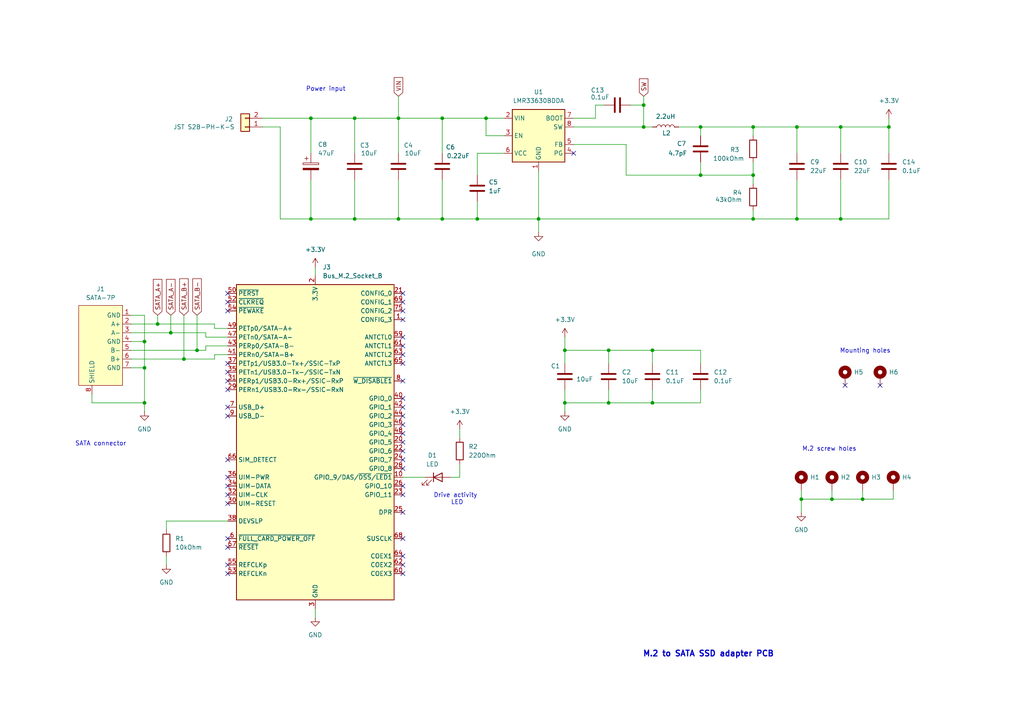
<source format=kicad_sch>
(kicad_sch (version 20250114) (generator "eeschema") (generator_version "9.0")
  (paper "A4")
  (lib_symbols
    (symbol "Connector_Generic:Conn_01x02" (pin_names (offset 1.016) (hide yes))
      (property "Reference" "J" (at 0 2.54 0))
      (property "Value" "Conn_01x02" (at 0 -5.08 0))
      (symbol "Conn_01x02_1_1"
        (rectangle (start -1.27 1.27) (end 1.27 -3.81) (stroke (width 0.254)) (fill (type background)))
        (rectangle (start -1.27 0.127) (end 0 -0.127) (stroke (width 0.1524)))
        (rectangle (start -1.27 -2.413) (end 0 -2.667) (stroke (width 0.1524)))
        (pin passive line (at -5.08 0 0) (length 3.81) (name "Pin_1") (number "1"))
        (pin passive line (at -5.08 -2.54 0) (length 3.81) (name "Pin_2") (number "2"))
      )
    )
    (symbol "Device:C" (pin_numbers (hide yes)) (pin_names (offset 0.254))
      (property "Reference" "C" (at 0.635 2.54 0))
      (property "Value" "C" (at 0.635 -2.54 0))
      (symbol "C_0_1"
        (polyline (pts (xy -2.032 0.762) (xy 2.032 0.762)) (stroke (width 0.508)))
        (polyline (pts (xy -2.032 -0.762) (xy 2.032 -0.762)) (stroke (width 0.508)))
      )
      (symbol "C_1_1"
        (pin passive line (at 0 3.81 270) (length 2.794) (name "~") (number "1"))
        (pin passive line (at 0 -3.81 90) (length 2.794) (name "~") (number "2"))
      )
    )
    (symbol "Device:C_Polarized" (pin_numbers (hide yes)) (pin_names (offset 0.254))
      (property "Reference" "C" (at 0.635 2.54 0))
      (property "Value" "C_Polarized" (at 0.635 -2.54 0))
      (symbol "C_Polarized_0_1"
        (rectangle (start -2.286 0.508) (end 2.286 1.016))
        (polyline (pts (xy -1.778 2.286) (xy -0.762 2.286)))
        (polyline (pts (xy -1.27 2.794) (xy -1.27 1.778)))
        (rectangle (start 2.286 -0.508) (end -2.286 -1.016) (fill (type outline)))
      )
      (symbol "C_Polarized_1_1"
        (pin passive line (at 0 3.81 270) (length 2.794) (name "~") (number "1"))
        (pin passive line (at 0 -3.81 90) (length 2.794) (name "~") (number "2"))
      )
    )
    (symbol "Device:L" (pin_numbers (hide yes)) (pin_names (offset 1.016) (hide yes))
      (property "Reference" "L" (at -1.27 0 90))
      (property "Value" "L" (at 1.905 0 90))
      (symbol "L_0_1"
        (arc (start 0 2.54) (mid 0.6323 1.905) (end 0 1.27))
        (arc (start 0 1.27) (mid 0.6323 0.635) (end 0 0))
        (arc (start 0 0) (mid 0.6323 -0.635) (end 0 -1.27))
        (arc (start 0 -1.27) (mid 0.6323 -1.905) (end 0 -2.54))
      )
      (symbol "L_1_1"
        (pin passive line (at 0 3.81 270) (length 1.27) (name "1") (number "1"))
        (pin passive line (at 0 -3.81 90) (length 1.27) (name "2") (number "2"))
      )
    )
    (symbol "Device:LED" (pin_numbers (hide yes)) (pin_names (offset 1.016) (hide yes))
      (property "Reference" "D" (at 0 2.54 0))
      (property "Value" "LED" (at 0 -2.54 0))
      (symbol "LED_0_1"
        (polyline (pts (xy -3.048 -0.762) (xy -4.572 -2.286) (xy -3.81 -2.286) (xy -4.572 -2.286) (xy -4.572 -1.524)))
        (polyline (pts (xy -1.778 -0.762) (xy -3.302 -2.286) (xy -2.54 -2.286) (xy -3.302 -2.286) (xy -3.302 -1.524)))
        (polyline (pts (xy -1.27 0) (xy 1.27 0)))
        (polyline (pts (xy -1.27 -1.27) (xy -1.27 1.27)) (stroke (width 0.254)))
        (polyline (pts (xy 1.27 -1.27) (xy 1.27 1.27) (xy -1.27 0) (xy 1.27 -1.27)) (stroke (width 0.254)))
      )
      (symbol "LED_1_1"
        (pin passive line (at -3.81 0 0) (length 2.54) (name "K") (number "1"))
        (pin passive line (at 3.81 0 180) (length 2.54) (name "A") (number "2"))
      )
    )
    (symbol "Device:R" (pin_numbers (hide yes)) (pin_names (offset 0))
      (property "Reference" "R" (at 2.032 0 90))
      (property "Value" "R" (at 0 0 90))
      (symbol "R_0_1"
        (rectangle (start -1.016 -2.54) (end 1.016 2.54) (stroke (width 0.254)))
      )
      (symbol "R_1_1"
        (pin passive line (at 0 3.81 270) (length 1.27) (name "~") (number "1"))
        (pin passive line (at 0 -3.81 90) (length 1.27) (name "~") (number "2"))
      )
    )
    (symbol "Mechanical:MountingHole_Pad" (pin_numbers (hide yes)) (pin_names (offset 1.016) (hide yes)) (in_bom no)
      (property "Reference" "H" (at 0 6.35 0))
      (property "Value" "MountingHole_Pad" (at 0 4.445 0))
      (symbol "MountingHole_Pad_0_1"
        (circle (center 0 1.27) (radius 1.27) (stroke (width 1.27)))
      )
      (symbol "MountingHole_Pad_1_1"
        (pin input line (at 0 -2.54 90) (length 2.54) (name "1") (number "1"))
      )
    )
    (symbol "Regulator_Switching:LMR33630ADDA"
      (property "Reference" "U" (at 0 11.43 0))
      (property "Value" "LMR33630ADDA" (at 0 8.89 0))
      (symbol "LMR33630ADDA_0_1"
        (rectangle (start -7.62 7.62) (end 7.62 -7.62) (stroke (width 0.254)) (fill (type background)))
      )
      (symbol "LMR33630ADDA_1_1"
        (pin power_in line (at -10.16 5.08 0) (length 2.54) (name "VIN") (number "2"))
        (pin input line (at -10.16 0 0) (length 2.54) (name "EN") (number "3"))
        (pin power_out line (at -10.16 -5.08 0) (length 2.54) (name "VCC") (number "6"))
        (pin power_in line (at 0 -10.16 90) (length 2.54) (name "GND") (number "1"))
        (pin passive line (at 0 -10.16 90) (length 2.54) (hide yes) (name "GND") (number "9"))
        (pin input line (at 10.16 5.08 180) (length 2.54) (name "BOOT") (number "7"))
        (pin output line (at 10.16 2.54 180) (length 2.54) (name "SW") (number "8"))
        (pin input line (at 10.16 -2.54 180) (length 2.54) (name "FB") (number "5"))
        (pin open_collector line (at 10.16 -5.08 180) (length 2.54) (name "PG") (number "4"))
      )
    )
    (symbol "m2-adapter-pcb:Bus_M.2_Socket_B_mod"
      (property "Reference" "J" (at -22.86 46.99 0))
      (property "Value" "Bus_M.2_Socket_B_mod" (at 16.51 46.99 0))
      (symbol "Bus_M.2_Socket_B_mod_0_1"
        (rectangle (start -22.86 45.72) (end 22.86 -45.72) (stroke (width 0.254)) (fill (type background)))
      )
      (symbol "Bus_M.2_Socket_B_mod_1_1"
        (pin output line (at -25.4 43.18 0) (length 2.54) (name "~{PERST}") (number "50"))
        (pin bidirectional line (at -25.4 40.64 0) (length 2.54) (name "~{CLKREQ}") (number "52"))
        (pin bidirectional line (at -25.4 38.1 0) (length 2.54) (name "~{PEWAKE}") (number "54"))
        (pin output line (at -25.4 33.02 0) (length 2.54) (name "PETp0/SATA-A+") (number "49"))
        (pin output line (at -25.4 30.48 0) (length 2.54) (name "PETn0/SATA-A-") (number "47"))
        (pin input line (at -25.4 27.94 0) (length 2.54) (name "PERp0/SATA-B-") (number "43"))
        (pin input line (at -25.4 25.4 0) (length 2.54) (name "PERn0/SATA-B+") (number "41"))
        (pin output line (at -25.4 22.86 0) (length 2.54) (name "PETp1/USB3.0-Tx+/SSIC-TxP") (number "37"))
        (pin output line (at -25.4 20.32 0) (length 2.54) (name "PETn1/USB3.0-Tx-/SSIC-TxN") (number "35"))
        (pin input line (at -25.4 17.78 0) (length 2.54) (name "PERp1/USB3.0-Rx+/SSIC-RxP") (number "31"))
        (pin input line (at -25.4 15.24 0) (length 2.54) (name "PERn1/USB3.0-Rx-/SSIC-RxN") (number "29"))
        (pin bidirectional line (at -25.4 10.16 0) (length 2.54) (name "USB_D+") (number "7"))
        (pin bidirectional line (at -25.4 7.62 0) (length 2.54) (name "USB_D-") (number "9"))
        (pin output line (at -25.4 -5.08 0) (length 2.54) (name "SIM_DETECT") (number "66"))
        (pin input line (at -25.4 -10.16 0) (length 2.54) (name "UIM-PWR") (number "36"))
        (pin bidirectional line (at -25.4 -12.7 0) (length 2.54) (name "UIM-DATA") (number "34"))
        (pin input line (at -25.4 -15.24 0) (length 2.54) (name "UIM-CLK") (number "32"))
        (pin input line (at -25.4 -17.78 0) (length 2.54) (name "UIM-RESET") (number "30"))
        (pin output line (at -25.4 -22.86 0) (length 2.54) (name "DEVSLP") (number "38"))
        (pin output line (at -25.4 -27.94 0) (length 2.54) (name "~{FULL_CARD_POWER_OFF}") (number "6"))
        (pin output line (at -25.4 -30.48 0) (length 2.54) (name "~{RESET}") (number "67"))
        (pin output line (at -25.4 -35.56 0) (length 2.54) (name "REFCLKp") (number "55"))
        (pin output line (at -25.4 -38.1 0) (length 2.54) (name "REFCLKn") (number "53"))
        (pin power_in line (at 0 48.26 270) (length 2.54) (name "3.3V") (number "2"))
        (pin passive line (at 0 48.26 270) (length 2.54) (hide yes) (name "3.3V") (number "4"))
        (pin passive line (at 0 48.26 270) (length 2.54) (hide yes) (name "3.3V") (number "70"))
        (pin passive line (at 0 48.26 270) (length 2.54) (hide yes) (name "3.3V") (number "72"))
        (pin passive line (at 0 48.26 270) (length 2.54) (hide yes) (name "3.3V") (number "74"))
        (pin passive line (at 0 -48.26 90) (length 2.54) (hide yes) (name "GND") (number "11"))
        (pin passive line (at 0 -48.26 90) (length 2.54) (hide yes) (name "GND") (number "27"))
        (pin power_in line (at 0 -48.26 90) (length 2.54) (name "GND") (number "3"))
        (pin passive line (at 0 -48.26 90) (length 2.54) (hide yes) (name "GND") (number "33"))
        (pin passive line (at 0 -48.26 90) (length 2.54) (hide yes) (name "GND") (number "39"))
        (pin passive line (at 0 -48.26 90) (length 2.54) (hide yes) (name "GND") (number "45"))
        (pin passive line (at 0 -48.26 90) (length 2.54) (hide yes) (name "GND") (number "5"))
        (pin passive line (at 0 -48.26 90) (length 2.54) (hide yes) (name "GND") (number "51"))
        (pin passive line (at 0 -48.26 90) (length 2.54) (hide yes) (name "GND") (number "57"))
        (pin passive line (at 0 -48.26 90) (length 2.54) (hide yes) (name "GND") (number "71"))
        (pin passive line (at 0 -48.26 90) (length 2.54) (hide yes) (name "GND") (number "73"))
        (pin passive line (at 0 -48.26 90) (length 2.54) (hide yes) (name "GND") (number "P1"))
        (pin passive line (at 0 -48.26 90) (length 2.54) (hide yes) (name "GND") (number "P2"))
        (pin no_connect line (at 22.86 -40.64 180) (length 2.54) (hide yes) (name "NC") (number "58"))
        (pin no_connect line (at 22.86 -43.18 180) (length 2.54) (hide yes) (name "NC") (number "56"))
        (pin input line (at 25.4 43.18 180) (length 2.54) (name "CONFIG_0") (number "21"))
        (pin input line (at 25.4 40.64 180) (length 2.54) (name "CONFIG_1") (number "69"))
        (pin input line (at 25.4 38.1 180) (length 2.54) (name "CONFIG_2") (number "75"))
        (pin input line (at 25.4 35.56 180) (length 2.54) (name "CONFIG_3") (number "1"))
        (pin input line (at 25.4 30.48 180) (length 2.54) (name "ANTCTL0") (number "59"))
        (pin input line (at 25.4 27.94 180) (length 2.54) (name "ANTCTL1") (number "61"))
        (pin input line (at 25.4 25.4 180) (length 2.54) (name "ANTCTL2") (number "63"))
        (pin input line (at 25.4 22.86 180) (length 2.54) (name "ANTCTL3") (number "65"))
        (pin output line (at 25.4 17.78 180) (length 2.54) (name "~{W_DISABLE1}") (number "8"))
        (pin bidirectional line (at 25.4 12.7 180) (length 2.54) (name "GPIO_0") (number "40"))
        (pin bidirectional line (at 25.4 10.16 180) (length 2.54) (name "GPIO_1") (number "42"))
        (pin bidirectional line (at 25.4 7.62 180) (length 2.54) (name "GPIO_2") (number "44"))
        (pin bidirectional line (at 25.4 5.08 180) (length 2.54) (name "GPIO_3") (number "46"))
        (pin bidirectional line (at 25.4 2.54 180) (length 2.54) (name "GPIO_4") (number "48"))
        (pin bidirectional line (at 25.4 0 180) (length 2.54) (name "GPIO_5") (number "20"))
        (pin bidirectional line (at 25.4 -2.54 180) (length 2.54) (name "GPIO_6") (number "22"))
        (pin bidirectional line (at 25.4 -5.08 180) (length 2.54) (name "GPIO_7") (number "24"))
        (pin bidirectional line (at 25.4 -7.62 180) (length 2.54) (name "GPIO_8") (number "28"))
        (pin bidirectional line (at 25.4 -10.16 180) (length 2.54) (name "GPIO_9/DAS/~{DSS}/~{LED1}") (number "10"))
        (pin bidirectional line (at 25.4 -12.7 180) (length 2.54) (name "GPIO_10") (number "26"))
        (pin bidirectional line (at 25.4 -15.24 180) (length 2.54) (name "GPIO_11") (number "23"))
        (pin output line (at 25.4 -20.32 180) (length 2.54) (name "DPR") (number "25"))
        (pin output line (at 25.4 -27.94 180) (length 2.54) (name "SUSCLK") (number "68"))
        (pin bidirectional line (at 25.4 -33.02 180) (length 2.54) (name "COEX1") (number "64"))
        (pin bidirectional line (at 25.4 -35.56 180) (length 2.54) (name "COEX2") (number "62"))
        (pin bidirectional line (at 25.4 -38.1 180) (length 2.54) (name "COEX3") (number "60"))
      )
    )
    (symbol "m2-adapter-pcb:SATA-7P"
      (property "Reference" "J" (at 6.096 -15.748 0))
      (property "Value" "SATA-7P" (at 0.508 10.668 0))
      (symbol "SATA-7P_1_1"
        (rectangle (start -7.62 9.2075) (end 5.08 -13.9699) (fill (type background)))
        (pin passive line (at -3.81 -16.51 90) (length 2.54) (name "SHIELD") (number "8"))
        (pin bidirectional line (at 7.62 6.35 180) (length 2.54) (name "GND") (number "1"))
        (pin bidirectional line (at 7.62 3.81 180) (length 2.54) (name "A+") (number "2"))
        (pin bidirectional line (at 7.62 1.27 180) (length 2.54) (name "A-") (number "3"))
        (pin bidirectional line (at 7.62 -1.27 180) (length 2.54) (name "GND") (number "4"))
        (pin bidirectional line (at 7.62 -3.81 180) (length 2.54) (name "B-") (number "5"))
        (pin bidirectional line (at 7.62 -6.35 180) (length 2.54) (name "B+") (number "6"))
        (pin bidirectional line (at 7.62 -8.89 180) (length 2.54) (name "GND") (number "7"))
      )
    )
    (symbol "power:+3.3V" (power) (pin_numbers (hide yes)) (pin_names (offset 0) (hide yes))
      (property "Value" "+3.3V" (at 0 3.556 0))
      (symbol "+3.3V_0_1"
        (polyline (pts (xy -0.762 1.27) (xy 0 2.54)))
        (polyline (pts (xy 0 2.54) (xy 0.762 1.27)))
        (polyline (pts (xy 0 0) (xy 0 2.54)))
      )
      (symbol "+3.3V_1_1"
        (pin power_in line (at 0 0 90) (length 0) (name "~") (number "1"))
      )
    )
    (symbol "power:GND" (power) (pin_numbers (hide yes)) (pin_names (offset 0) (hide yes))
      (property "Value" "GND" (at 0 -3.81 0))
      (symbol "GND_0_1"
        (polyline (pts (xy 0 0) (xy 0 -1.27) (xy 1.27 -1.27) (xy 0 -2.54) (xy -1.27 -1.27) (xy 0 -1.27)))
      )
      (symbol "GND_1_1"
        (pin power_in line (at 0 0 270) (length 0) (name "~") (number "1"))
      )
    )
  )
  (text "Drive activity \nLED" (at 132.588 144.78 0) (effects (font (size 1.27 1.27))))
  (text "SATA connector" (at 29.21 128.778 0) (effects (font (size 1.27 1.27))))
  (text "M.2 screw holes" (at 240.538 130.302 0) (effects (font (size 1.27 1.27))))
  (text "M.2 to SATA SSD adapter PCB" (at 205.486 189.738 0) (effects (font (size 1.651 1.651) (thickness 0.3302) (bold yes))))
  (text "Power input" (at 94.488 25.908 0) (effects (font (size 1.27 1.27))))
  (text "Mounting holes" (at 250.952 101.854 0) (effects (font (size 1.27 1.27))))
  (junction (at 189.23 116.84))
  (junction (at 41.91 106.68))
  (junction (at 90.17 34.29))
  (junction (at 90.17 63.5))
  (junction (at 128.27 34.29))
  (junction (at 176.53 116.84))
  (junction (at 41.91 116.84))
  (junction (at 41.91 99.06))
  (junction (at 138.43 63.5))
  (junction (at 115.57 63.5))
  (junction (at 231.14 36.83))
  (junction (at 140.97 34.29))
  (junction (at 218.44 63.5))
  (junction (at 53.34 104.14))
  (junction (at 176.53 101.6))
  (junction (at 102.87 34.29))
  (junction (at 203.2 36.83))
  (junction (at 218.44 36.83))
  (junction (at 156.21 63.5))
  (junction (at 115.57 34.29))
  (junction (at 45.72 93.98))
  (junction (at 186.69 30.48))
  (junction (at 257.81 36.83))
  (junction (at 203.2 50.8))
  (junction (at 218.44 50.8))
  (junction (at 102.87 63.5))
  (junction (at 186.69 36.83))
  (junction (at 243.84 36.83))
  (junction (at 128.27 63.5))
  (junction (at 231.14 63.5))
  (junction (at 241.3 144.78))
  (junction (at 250.19 144.78))
  (junction (at 243.84 63.5))
  (junction (at 232.41 144.78))
  (junction (at 189.23 101.6))
  (junction (at 163.83 101.6))
  (junction (at 57.15 101.6))
  (junction (at 163.83 116.84))
  (junction (at 49.53 96.52))
  (no_connect (at 116.84 105.41))
  (no_connect (at 66.04 90.17))
  (no_connect (at 116.84 115.57))
  (no_connect (at 116.84 148.59))
  (no_connect (at 116.84 143.51))
  (no_connect (at 116.84 120.65))
  (no_connect (at 116.84 97.79))
  (no_connect (at 116.84 135.89))
  (no_connect (at 116.84 100.33))
  (no_connect (at 116.84 85.09))
  (no_connect (at 66.04 120.65))
  (no_connect (at 66.04 105.41))
  (no_connect (at 116.84 87.63))
  (no_connect (at 66.04 140.97))
  (no_connect (at 66.04 110.49))
  (no_connect (at 66.04 138.43))
  (no_connect (at 116.84 110.49))
  (no_connect (at 66.04 118.11))
  (no_connect (at 66.04 107.95))
  (no_connect (at 116.84 125.73))
  (no_connect (at 66.04 133.35))
  (no_connect (at 116.84 156.21))
  (no_connect (at 255.27 111.76))
  (no_connect (at 116.84 128.27))
  (no_connect (at 116.84 166.37))
  (no_connect (at 116.84 90.17))
  (no_connect (at 66.04 163.83))
  (no_connect (at 66.04 146.05))
  (no_connect (at 116.84 163.83))
  (no_connect (at 166.37 44.45))
  (no_connect (at 66.04 85.09))
  (no_connect (at 66.04 143.51))
  (no_connect (at 66.04 158.75))
  (no_connect (at 116.84 161.29))
  (no_connect (at 66.04 166.37))
  (no_connect (at 116.84 133.35))
  (no_connect (at 116.84 123.19))
  (no_connect (at 116.84 140.97))
  (no_connect (at 116.84 92.71))
  (no_connect (at 116.84 118.11))
  (no_connect (at 245.11 111.76))
  (no_connect (at 116.84 130.81))
  (no_connect (at 116.84 102.87))
  (no_connect (at 66.04 156.21))
  (no_connect (at 66.04 113.03))
  (no_connect (at 66.04 87.63))
  (wire (pts (xy 115.57 52.07) (xy 115.57 63.5)))
  (wire (pts (xy 257.81 36.83) (xy 243.84 36.83)))
  (wire (pts (xy 163.83 101.6) (xy 163.83 105.41)))
  (wire (pts (xy 163.83 97.79) (xy 163.83 101.6)))
  (wire (pts (xy 156.21 63.5) (xy 138.43 63.5)))
  (wire (pts (xy 45.72 93.98) (xy 38.1 93.98)))
  (wire (pts (xy 45.72 91.44) (xy 45.72 93.98)))
  (wire (pts (xy 176.53 105.41) (xy 176.53 101.6)))
  (wire (pts (xy 41.91 91.44) (xy 41.91 99.06)))
  (wire (pts (xy 133.35 134.62) (xy 133.35 138.43)))
  (wire (pts (xy 59.69 101.6) (xy 59.69 100.33)))
  (wire (pts (xy 76.2 36.83) (xy 81.28 36.83)))
  (wire (pts (xy 196.85 36.83) (xy 203.2 36.83)))
  (wire (pts (xy 62.23 95.25) (xy 62.23 93.98)))
  (wire (pts (xy 138.43 50.8) (xy 138.43 44.45)))
  (wire (pts (xy 130.81 138.43) (xy 133.35 138.43)))
  (wire (pts (xy 218.44 63.5) (xy 231.14 63.5)))
  (wire (pts (xy 133.35 124.46) (xy 133.35 127)))
  (wire (pts (xy 203.2 46.99) (xy 203.2 50.8)))
  (wire (pts (xy 189.23 116.84) (xy 176.53 116.84)))
  (wire (pts (xy 128.27 44.45) (xy 128.27 34.29)))
  (wire (pts (xy 140.97 39.37) (xy 140.97 34.29)))
  (wire (pts (xy 115.57 34.29) (xy 115.57 44.45)))
  (wire (pts (xy 176.53 101.6) (xy 163.83 101.6)))
  (wire (pts (xy 48.26 153.67) (xy 48.26 151.13)))
  (wire (pts (xy 49.53 91.44) (xy 49.53 96.52)))
  (wire (pts (xy 257.81 63.5) (xy 243.84 63.5)))
  (wire (pts (xy 203.2 36.83) (xy 203.2 39.37)))
  (wire (pts (xy 181.61 41.91) (xy 166.37 41.91)))
  (wire (pts (xy 90.17 63.5) (xy 102.87 63.5)))
  (wire (pts (xy 38.1 91.44) (xy 41.91 91.44)))
  (wire (pts (xy 189.23 113.03) (xy 189.23 116.84)))
  (wire (pts (xy 115.57 27.94) (xy 115.57 34.29)))
  (wire (pts (xy 243.84 36.83) (xy 243.84 44.45)))
  (wire (pts (xy 203.2 105.41) (xy 203.2 101.6)))
  (wire (pts (xy 163.83 116.84) (xy 163.83 119.38)))
  (wire (pts (xy 81.28 63.5) (xy 90.17 63.5)))
  (wire (pts (xy 140.97 34.29) (xy 146.05 34.29)))
  (wire (pts (xy 259.08 142.24) (xy 259.08 144.78)))
  (wire (pts (xy 102.87 34.29) (xy 115.57 34.29)))
  (wire (pts (xy 26.67 116.84) (xy 41.91 116.84)))
  (wire (pts (xy 128.27 52.07) (xy 128.27 63.5)))
  (wire (pts (xy 241.3 142.24) (xy 241.3 144.78)))
  (wire (pts (xy 81.28 36.83) (xy 81.28 63.5)))
  (wire (pts (xy 76.2 34.29) (xy 90.17 34.29)))
  (wire (pts (xy 186.69 36.83) (xy 189.23 36.83)))
  (wire (pts (xy 203.2 50.8) (xy 181.61 50.8)))
  (wire (pts (xy 203.2 116.84) (xy 189.23 116.84)))
  (wire (pts (xy 257.81 44.45) (xy 257.81 36.83)))
  (wire (pts (xy 231.14 36.83) (xy 231.14 44.45)))
  (wire (pts (xy 203.2 36.83) (xy 218.44 36.83)))
  (wire (pts (xy 53.34 104.14) (xy 62.23 104.14)))
  (wire (pts (xy 156.21 63.5) (xy 218.44 63.5)))
  (wire (pts (xy 232.41 144.78) (xy 232.41 148.59)))
  (wire (pts (xy 186.69 27.94) (xy 186.69 30.48)))
  (wire (pts (xy 257.81 52.07) (xy 257.81 63.5)))
  (wire (pts (xy 218.44 46.99) (xy 218.44 50.8)))
  (wire (pts (xy 218.44 60.96) (xy 218.44 63.5)))
  (wire (pts (xy 259.08 144.78) (xy 250.19 144.78)))
  (wire (pts (xy 53.34 91.44) (xy 53.34 104.14)))
  (wire (pts (xy 102.87 34.29) (xy 102.87 44.45)))
  (wire (pts (xy 90.17 34.29) (xy 90.17 44.45)))
  (wire (pts (xy 156.21 63.5) (xy 156.21 67.31)))
  (wire (pts (xy 156.21 49.53) (xy 156.21 63.5)))
  (wire (pts (xy 90.17 52.07) (xy 90.17 63.5)))
  (wire (pts (xy 257.81 34.29) (xy 257.81 36.83)))
  (wire (pts (xy 62.23 93.98) (xy 45.72 93.98)))
  (wire (pts (xy 203.2 113.03) (xy 203.2 116.84)))
  (wire (pts (xy 218.44 36.83) (xy 231.14 36.83)))
  (wire (pts (xy 57.15 91.44) (xy 57.15 101.6)))
  (wire (pts (xy 189.23 105.41) (xy 189.23 101.6)))
  (wire (pts (xy 232.41 142.24) (xy 232.41 144.78)))
  (wire (pts (xy 102.87 52.07) (xy 102.87 63.5)))
  (wire (pts (xy 59.69 97.79) (xy 66.04 97.79)))
  (wire (pts (xy 138.43 44.45) (xy 146.05 44.45)))
  (wire (pts (xy 250.19 144.78) (xy 241.3 144.78)))
  (wire (pts (xy 166.37 36.83) (xy 186.69 36.83)))
  (wire (pts (xy 163.83 113.03) (xy 163.83 116.84)))
  (wire (pts (xy 41.91 106.68) (xy 41.91 116.84)))
  (wire (pts (xy 62.23 95.25) (xy 66.04 95.25)))
  (wire (pts (xy 91.44 176.53) (xy 91.44 179.07)))
  (wire (pts (xy 218.44 50.8) (xy 218.44 53.34)))
  (wire (pts (xy 38.1 96.52) (xy 49.53 96.52)))
  (wire (pts (xy 102.87 63.5) (xy 115.57 63.5)))
  (wire (pts (xy 59.69 96.52) (xy 59.69 97.79)))
  (wire (pts (xy 48.26 161.29) (xy 48.26 163.83)))
  (wire (pts (xy 128.27 34.29) (xy 140.97 34.29)))
  (wire (pts (xy 91.44 77.47) (xy 91.44 80.01)))
  (wire (pts (xy 38.1 106.68) (xy 41.91 106.68)))
  (wire (pts (xy 182.88 30.48) (xy 186.69 30.48)))
  (wire (pts (xy 243.84 52.07) (xy 243.84 63.5)))
  (wire (pts (xy 38.1 104.14) (xy 53.34 104.14)))
  (wire (pts (xy 218.44 36.83) (xy 218.44 39.37)))
  (wire (pts (xy 231.14 36.83) (xy 243.84 36.83)))
  (wire (pts (xy 186.69 30.48) (xy 186.69 36.83)))
  (wire (pts (xy 128.27 63.5) (xy 138.43 63.5)))
  (wire (pts (xy 90.17 34.29) (xy 102.87 34.29)))
  (wire (pts (xy 116.84 138.43) (xy 123.19 138.43)))
  (wire (pts (xy 62.23 102.87) (xy 66.04 102.87)))
  (wire (pts (xy 38.1 101.6) (xy 57.15 101.6)))
  (wire (pts (xy 41.91 116.84) (xy 41.91 119.38)))
  (wire (pts (xy 26.67 114.3) (xy 26.67 116.84)))
  (wire (pts (xy 218.44 50.8) (xy 203.2 50.8)))
  (wire (pts (xy 250.19 142.24) (xy 250.19 144.78)))
  (wire (pts (xy 241.3 144.78) (xy 232.41 144.78)))
  (wire (pts (xy 146.05 39.37) (xy 140.97 39.37)))
  (wire (pts (xy 172.72 30.48) (xy 175.26 30.48)))
  (wire (pts (xy 231.14 63.5) (xy 243.84 63.5)))
  (wire (pts (xy 41.91 99.06) (xy 41.91 106.68)))
  (wire (pts (xy 49.53 96.52) (xy 59.69 96.52)))
  (wire (pts (xy 115.57 63.5) (xy 128.27 63.5)))
  (wire (pts (xy 176.53 116.84) (xy 163.83 116.84)))
  (wire (pts (xy 189.23 101.6) (xy 203.2 101.6)))
  (wire (pts (xy 172.72 30.48) (xy 172.72 34.29)))
  (wire (pts (xy 38.1 99.06) (xy 41.91 99.06)))
  (wire (pts (xy 48.26 151.13) (xy 66.04 151.13)))
  (wire (pts (xy 138.43 58.42) (xy 138.43 63.5)))
  (wire (pts (xy 231.14 63.5) (xy 231.14 52.07)))
  (wire (pts (xy 176.53 113.03) (xy 176.53 116.84)))
  (wire (pts (xy 57.15 101.6) (xy 59.69 101.6)))
  (wire (pts (xy 59.69 100.33) (xy 66.04 100.33)))
  (wire (pts (xy 172.72 34.29) (xy 166.37 34.29)))
  (wire (pts (xy 181.61 50.8) (xy 181.61 41.91)))
  (wire (pts (xy 189.23 101.6) (xy 176.53 101.6)))
  (wire (pts (xy 62.23 104.14) (xy 62.23 102.87)))
  (wire (pts (xy 115.57 34.29) (xy 128.27 34.29)))
  (global_label "SATA_B-" (shape input) (at 57.15 91.44 90) (property "Intersheetrefs" "${INTERSHEET_REFS}" (effects (hide yes))))
  (global_label "SATA_B+" (shape input) (at 53.34 91.44 90) (property "Intersheetrefs" "${INTERSHEET_REFS}" (effects (hide yes))))
  (global_label "SATA_A+" (shape input) (at 45.72 91.44 90) (property "Intersheetrefs" "${INTERSHEET_REFS}" (effects (hide yes))))
  (global_label "SATA_A-" (shape input) (at 49.53 91.44 90) (property "Intersheetrefs" "${INTERSHEET_REFS}" (effects (hide yes))))
  (global_label "SW" (shape input) (at 186.69 27.94 90) (property "Intersheetrefs" "${INTERSHEET_REFS}" (effects (hide yes))))
  (global_label "VIN" (shape input) (at 115.57 27.94 90) (property "Intersheetrefs" "${INTERSHEET_REFS}" (effects (hide yes))))
  (symbol (lib_id "power:+3.3V") (at 91.44 77.47 0) (unit 1)
    (property "Reference" "#PWR03" (effects (hide yes)))
    (property "Value" "+3.3V" (at 91.44 72.39 0))
    (property "Description" "Power symbol creates a global label with name \"+3.3V\"" (effects (hide yes)))
  )
  (symbol (lib_id "Device:C") (at 179.07 30.48 90) (unit 1)
    (property "Reference" "C13" (at 175.26 26.162 90) (effects (justify left)))
    (property "Value" "0.1uF" (at 176.784 28.194 90) (effects (justify left)))
    (property "Footprint" "Capacitor_SMD:C_0805_2012Metric_Pad1.18x1.45mm_HandSolder" (effects (hide yes)))
    (property "Description" "Unpolarized capacitor" (effects (hide yes)))
    (property "Link" "https://www.digikey.it/it/products/detail/samsung-electro-mechanics/CL21B104KACNNNC/3886757" (effects (hide yes)))
  )
  (symbol (lib_id "Device:C") (at 243.84 48.26 0) (unit 1)
    (property "Reference" "C10" (at 247.65 46.9899 0) (effects (justify left)))
    (property "Value" "22uF" (at 247.65 49.5299 0) (effects (justify left)))
    (property "Footprint" "Capacitor_SMD:C_1210_3225Metric_Pad1.33x2.70mm_HandSolder" (effects (hide yes)))
    (property "Description" "Unpolarized capacitor" (effects (hide yes)))
    (property "Link" "https://www.digikey.it/it/products/detail/samsung-electro-mechanics/CL32B226KAJNFNE/3889049" (effects (hide yes)))
  )
  (symbol (lib_id "Regulator_Switching:LMR33630ADDA") (at 156.21 39.37 0) (unit 1)
    (property "Reference" "U1" (at 156.21 26.67 0))
    (property "Value" "LMR33630BDDA" (at 156.21 29.21 0))
    (property "Footprint" "m2-adapter-pcb:Texas_HSOP-8-1EP_3.9x4.9mm_P1.27mm_ThermalVias_HandSolder" (effects (hide yes)))
    (property "Datasheet" "http://www.ti.com/lit/ds/symlink/lmr33630.pdf" (effects (hide yes)))
    (property "Description" "Simple Switcher Synchronous Buck Regulator, Vin=3.8-36V, Iout=3A, F=400kHz, Adjustable output voltage, HSOP-8" (effects (hide yes)))
    (property "Link" "https://www.digikey.it/it/products/detail/texas-instruments/LMR33630BDDA/8571550" (effects (hide yes)))
  )
  (symbol (lib_id "Mechanical:MountingHole_Pad") (at 255.27 109.22 0) (unit 1) (in_bom no)
    (property "Reference" "H6" (at 257.81 107.9499 0) (effects (justify left)))
    (property "Value" "MountingHole_Pad" (effects (hide yes)))
    (property "Footprint" "MountingHole:MountingHole_2.2mm_M2_Pad" (effects (hide yes)))
    (property "Description" "Mounting Hole with connection" (effects (hide yes)))
  )
  (symbol (lib_id "power:GND") (at 48.26 163.83 0) (unit 1)
    (property "Reference" "#PWR02" (effects (hide yes)))
    (property "Value" "GND" (at 48.26 168.91 0))
    (property "Description" "Power symbol creates a global label with name \"GND\" , ground" (effects (hide yes)))
  )
  (symbol (lib_id "Device:C") (at 138.43 54.61 0) (unit 1)
    (property "Reference" "C5" (at 141.732 52.832 0) (effects (justify left)))
    (property "Value" "1uF" (at 141.732 55.372 0) (effects (justify left)))
    (property "Footprint" "Capacitor_SMD:C_0805_2012Metric_Pad1.18x1.45mm_HandSolder" (effects (hide yes)))
    (property "Description" "Unpolarized capacitor" (effects (hide yes)))
  )
  (symbol (lib_id "m2-adapter-pcb:SATA-7P") (at 30.48 97.79 0) (unit 1)
    (property "Reference" "J1" (at 29.21 83.82 0))
    (property "Value" "SATA-7P" (at 29.21 86.36 0))
    (property "Footprint" "m2-adapter-pcb:AMPHENOL_SAT3M2132072TR" (effects (hide yes)))
    (property "Link" "https://www.digikey.it/it/products/detail/amphenol-cs-fci/SAT3M2132072TR/11560393" (effects (hide yes)))
  )
  (symbol (lib_id "Device:C") (at 176.53 109.22 0) (unit 1)
    (property "Reference" "C2" (at 180.34 107.9499 0) (effects (justify left)))
    (property "Value" "10uF" (at 180.34 110.4899 0) (effects (justify left)))
    (property "Footprint" "Capacitor_SMD:C_1206_3216Metric_Pad1.33x1.80mm_HandSolder" (effects (hide yes)))
    (property "Description" "Unpolarized capacitor" (effects (hide yes)))
    (property "Link" "https://www.digikey.it/it/products/detail/samsung-electro-mechanics/CL31B106KBHNNNE/5961251" (effects (hide yes)))
  )
  (symbol (lib_id "power:GND") (at 156.21 67.31 0) (unit 1)
    (property "Reference" "#PWR012" (effects (hide yes)))
    (property "Value" "GND" (at 156.21 73.66 0))
    (property "Description" "Power symbol creates a global label with name \"GND\" , ground" (effects (hide yes)))
  )
  (symbol (lib_id "Mechanical:MountingHole_Pad") (at 250.19 139.7 0) (unit 1) (in_bom no)
    (property "Reference" "H3" (at 252.73 138.4299 0) (effects (justify left)))
    (property "Value" "MountingHole_Pad" (effects (hide yes)))
    (property "Footprint" "m2-adapter-pcb:M.2_Standoff_Hole" (effects (hide yes)))
    (property "Description" "Mounting Hole with connection" (effects (hide yes)))
  )
  (symbol (lib_id "Device:LED") (at 127 138.43 0) (unit 1)
    (property "Reference" "D1" (at 125.4125 132.08 0))
    (property "Value" "LED" (at 125.4125 134.62 0))
    (property "Footprint" "LED_SMD:LED_0805_2012Metric_Pad1.15x1.40mm_HandSolder" (effects (hide yes)))
    (property "Description" "Light emitting diode" (effects (hide yes)))
    (property "Sim.Pins" "1=K 2=A" (effects (hide yes)))
  )
  (symbol (lib_id "Connector_Generic:Conn_01x02") (at 71.12 36.83 180) (unit 1)
    (property "Reference" "J2" (at 67.564 34.544 0) (effects (justify left)))
    (property "Value" "JST S2B-PH-K-S" (at 68.072 36.83 0) (effects (justify left)))
    (property "Footprint" "Connector_JST:JST_PH_S2B-PH-K_1x02_P2.00mm_Horizontal" (effects (hide yes)))
    (property "Description" "Generic connector, single row, 01x02, script generated (kicad-library-utils/schlib/autogen/connector/)" (effects (hide yes)))
  )
  (symbol (lib_id "Mechanical:MountingHole_Pad") (at 259.08 139.7 0) (unit 1) (in_bom no)
    (property "Reference" "H4" (at 261.62 138.4299 0) (effects (justify left)))
    (property "Value" "MountingHole_Pad" (effects (hide yes)))
    (property "Footprint" "m2-adapter-pcb:M.2_Standoff_Hole" (effects (hide yes)))
    (property "Description" "Mounting Hole with connection" (effects (hide yes)))
  )
  (symbol (lib_id "Device:R") (at 218.44 57.15 0) (unit 1)
    (property "Reference" "R4" (at 213.868 55.88 0))
    (property "Value" "43kOhm" (at 211.328 57.912 0))
    (property "Footprint" "Resistor_SMD:R_0805_2012Metric_Pad1.20x1.40mm_HandSolder" (effects (hide yes)))
    (property "Description" "Resistor" (effects (hide yes)))
  )
  (symbol (lib_id "Device:C") (at 163.83 109.22 0) (unit 1)
    (property "Reference" "C1" (at 159.766 106.172 0) (effects (justify left)))
    (property "Value" "10uF" (at 167.132 109.982 0) (effects (justify left)))
    (property "Footprint" "Capacitor_SMD:C_1206_3216Metric_Pad1.33x1.80mm_HandSolder" (effects (hide yes)))
    (property "Description" "Unpolarized capacitor" (effects (hide yes)))
    (property "Link" "https://www.digikey.it/it/products/detail/samsung-electro-mechanics/CL31B106KBHNNNE/5961251" (effects (hide yes)))
  )
  (symbol (lib_id "Device:C") (at 128.27 48.26 0) (unit 1)
    (property "Reference" "C6" (at 129.286 42.672 0) (effects (justify left)))
    (property "Value" "0.22uF" (at 129.54 45.212 0) (effects (justify left)))
    (property "Footprint" "Capacitor_SMD:C_0805_2012Metric_Pad1.18x1.45mm_HandSolder" (effects (hide yes)))
    (property "Description" "Unpolarized capacitor" (effects (hide yes)))
    (property "Link" "https://www.digikey.it/it/products/detail/samsung-electro-mechanics/CL21B224MAFNNNE/3888610" (effects (hide yes)))
  )
  (symbol (lib_id "Device:C") (at 115.57 48.26 0) (unit 1)
    (property "Reference" "C4" (at 117.094 42.164 0) (effects (justify left)))
    (property "Value" "10uF" (at 117.348 44.45 0) (effects (justify left)))
    (property "Footprint" "Capacitor_SMD:C_1206_3216Metric_Pad1.33x1.80mm_HandSolder" (effects (hide yes)))
    (property "Description" "Unpolarized capacitor" (effects (hide yes)))
    (property "Link" "https://www.digikey.it/it/products/detail/samsung-electro-mechanics/CL31B106KBHNNNE/5961251" (effects (hide yes)))
  )
  (symbol (lib_id "power:+3.3V") (at 257.81 34.29 0) (unit 1)
    (property "Reference" "#PWR013" (effects (hide yes)))
    (property "Value" "+3.3V" (at 257.81 29.21 0))
    (property "Description" "Power symbol creates a global label with name \"+3.3V\"" (effects (hide yes)))
  )
  (symbol (lib_id "power:+3.3V") (at 133.35 124.46 0) (unit 1)
    (property "Reference" "#PWR04" (effects (hide yes)))
    (property "Value" "+3.3V" (at 133.35 119.38 0))
    (property "Description" "Power symbol creates a global label with name \"+3.3V\"" (effects (hide yes)))
  )
  (symbol (lib_id "Device:C") (at 203.2 109.22 0) (unit 1)
    (property "Reference" "C12" (at 207.01 107.9499 0) (effects (justify left)))
    (property "Value" "0.1uF" (at 207.01 110.4899 0) (effects (justify left)))
    (property "Footprint" "Capacitor_SMD:C_0805_2012Metric_Pad1.18x1.45mm_HandSolder" (effects (hide yes)))
    (property "Description" "Unpolarized capacitor" (effects (hide yes)))
    (property "Link" "https://www.digikey.it/it/products/detail/samsung-electro-mechanics/CL21B104KACNNNC/3886757" (effects (hide yes)))
  )
  (symbol (lib_id "Mechanical:MountingHole_Pad") (at 241.3 139.7 0) (unit 1) (in_bom no)
    (property "Reference" "H2" (at 243.84 138.4299 0) (effects (justify left)))
    (property "Value" "MountingHole_Pad" (effects (hide yes)))
    (property "Footprint" "m2-adapter-pcb:M.2_Standoff_Hole" (effects (hide yes)))
    (property "Description" "Mounting Hole with connection" (effects (hide yes)))
  )
  (symbol (lib_id "Device:L") (at 193.04 36.83 90) (unit 1)
    (property "Reference" "L2" (at 193.294 38.608 90))
    (property "Value" "2.2uH" (at 193.04 33.782 90))
    (property "Footprint" "m2-adapter-pcb:L_AMDLA4530S" (effects (hide yes)))
    (property "Description" "Inductor" (effects (hide yes)))
    (property "Link" "https://www.digikey.it/it/products/detail/abracon-llc/AMDLA4530S-2R2MT/13244901" (effects (hide yes)))
  )
  (symbol (lib_id "power:GND") (at 163.83 119.38 0) (unit 1)
    (property "Reference" "#PWR010" (effects (hide yes)))
    (property "Value" "GND" (at 163.83 124.46 0))
    (property "Description" "Power symbol creates a global label with name \"GND\" , ground" (effects (hide yes)))
  )
  (symbol (lib_id "Device:R") (at 133.35 130.81 0) (unit 1)
    (property "Reference" "R2" (at 135.89 129.5399 0) (effects (justify left)))
    (property "Value" "220Ohm" (at 135.89 132.0799 0) (effects (justify left)))
    (property "Footprint" "Resistor_SMD:R_0805_2012Metric_Pad1.20x1.40mm_HandSolder" (effects (hide yes)))
    (property "Description" "Resistor" (effects (hide yes)))
  )
  (symbol (lib_id "power:GND") (at 41.91 119.38 0) (unit 1)
    (property "Reference" "#PWR01" (effects (hide yes)))
    (property "Value" "GND" (at 41.91 124.46 0))
    (property "Description" "Power symbol creates a global label with name \"GND\" , ground" (effects (hide yes)))
  )
  (symbol (lib_id "Device:C") (at 231.14 48.26 0) (unit 1)
    (property "Reference" "C9" (at 234.95 46.9899 0) (effects (justify left)))
    (property "Value" "22uF" (at 234.95 49.5299 0) (effects (justify left)))
    (property "Footprint" "Capacitor_SMD:C_1210_3225Metric_Pad1.33x2.70mm_HandSolder" (effects (hide yes)))
    (property "Description" "Unpolarized capacitor" (effects (hide yes)))
    (property "Link" "https://www.digikey.it/it/products/detail/samsung-electro-mechanics/CL32B226KAJNFNE/3889049" (effects (hide yes)))
  )
  (symbol (lib_id "Device:R") (at 218.44 43.18 180) (unit 1)
    (property "Reference" "R3" (at 213.106 43.434 0))
    (property "Value" "100kOhm" (at 211.328 45.974 0))
    (property "Footprint" "Resistor_SMD:R_0805_2012Metric_Pad1.20x1.40mm_HandSolder" (effects (hide yes)))
    (property "Description" "Resistor" (effects (hide yes)))
  )
  (symbol (lib_id "power:+3.3V") (at 163.83 97.79 0) (unit 1)
    (property "Reference" "#PWR08" (effects (hide yes)))
    (property "Value" "+3.3V" (at 163.83 92.71 0))
    (property "Description" "Power symbol creates a global label with name \"+3.3V\"" (effects (hide yes)))
  )
  (symbol (lib_id "Mechanical:MountingHole_Pad") (at 232.41 139.7 0) (unit 1) (in_bom no)
    (property "Reference" "H1" (at 234.95 138.4299 0) (effects (justify left)))
    (property "Value" "MountingHole_Pad" (effects (hide yes)))
    (property "Footprint" "m2-adapter-pcb:M.2_Standoff_Hole" (effects (hide yes)))
    (property "Description" "Mounting Hole with connection" (effects (hide yes)))
  )
  (symbol (lib_id "Device:C") (at 189.23 109.22 0) (unit 1)
    (property "Reference" "C11" (at 193.04 107.9499 0) (effects (justify left)))
    (property "Value" "0.1uF" (at 193.04 110.4899 0) (effects (justify left)))
    (property "Footprint" "Capacitor_SMD:C_0805_2012Metric_Pad1.18x1.45mm_HandSolder" (effects (hide yes)))
    (property "Description" "Unpolarized capacitor" (effects (hide yes)))
    (property "Link" "https://www.digikey.it/it/products/detail/samsung-electro-mechanics/CL21B104KACNNNC/3886757" (effects (hide yes)))
  )
  (symbol (lib_id "power:GND") (at 232.41 148.59 0) (unit 1)
    (property "Reference" "#PWR011" (effects (hide yes)))
    (property "Value" "GND" (at 232.41 153.67 0))
    (property "Description" "Power symbol creates a global label with name \"GND\" , ground" (effects (hide yes)))
  )
  (symbol (lib_id "power:GND") (at 91.44 179.07 0) (unit 1)
    (property "Reference" "#PWR09" (effects (hide yes)))
    (property "Value" "GND" (at 91.44 184.15 0))
    (property "Description" "Power symbol creates a global label with name \"GND\" , ground" (effects (hide yes)))
  )
  (symbol (lib_id "Device:C_Polarized") (at 90.17 48.26 0) (unit 1)
    (property "Reference" "C8" (at 92.202 41.91 0) (effects (justify left)))
    (property "Value" "47uF" (at 92.202 44.45 0) (effects (justify left)))
    (property "Footprint" "Capacitor_SMD:C_Elec_6.3x5.8" (effects (hide yes)))
    (property "Description" "Polarized capacitor" (effects (hide yes)))
    (property "Link" "https://www.digikey.it/it/products/detail/kemet/A768EB476M1ELAE042/13420055" (effects (hide yes)))
  )
  (symbol (lib_id "Device:C") (at 257.81 48.26 0) (unit 1)
    (property "Reference" "C14" (at 261.62 46.9899 0) (effects (justify left)))
    (property "Value" "0.1uF" (at 261.62 49.5299 0) (effects (justify left)))
    (property "Footprint" "Capacitor_SMD:C_0805_2012Metric_Pad1.18x1.45mm_HandSolder" (effects (hide yes)))
    (property "Description" "Unpolarized capacitor" (effects (hide yes)))
    (property "Link" "https://www.digikey.it/it/products/detail/samsung-electro-mechanics/CL21B104KACNNNC/3886757" (effects (hide yes)))
  )
  (symbol (lib_id "Device:R") (at 48.26 157.48 0) (unit 1)
    (property "Reference" "R1" (at 50.8 156.2099 0) (effects (justify left)))
    (property "Value" "10kOhm" (at 50.8 158.7499 0) (effects (justify left)))
    (property "Footprint" "Resistor_SMD:R_0805_2012Metric_Pad1.20x1.40mm_HandSolder" (effects (hide yes)))
    (property "Description" "Resistor" (effects (hide yes)))
  )
  (symbol (lib_id "Mechanical:MountingHole_Pad") (at 245.11 109.22 0) (unit 1) (in_bom no)
    (property "Reference" "H5" (at 247.65 107.9499 0) (effects (justify left)))
    (property "Value" "MountingHole_Pad" (effects (hide yes)))
    (property "Footprint" "MountingHole:MountingHole_2.2mm_M2_Pad" (effects (hide yes)))
    (property "Description" "Mounting Hole with connection" (effects (hide yes)))
  )
  (symbol (lib_id "m2-adapter-pcb:Bus_M.2_Socket_B_mod") (at 91.44 128.27 0) (unit 1)
    (property "Reference" "J3" (at 93.5833 77.47 0) (effects (justify left)))
    (property "Value" "Bus_M.2_Socket_B" (at 93.5833 80.01 0) (effects (justify left)))
    (property "Footprint" "m2-adapter-pcb:AMPHENOL_MDT420B03001" (effects (hide yes)))
    (property "Datasheet" "https://web.archive.org/web/20200613074028/http://read.pudn.com/downloads794/doc/project/3133918/PCIe_M.2_Electromechanical_Spec_Rev1.0_Final_11012013_RS_Clean.pdf#page=154" (effects (hide yes)))
    (property "Description" "M.2 Socket 2 Mechanical Key B" (effects (hide yes)))
    (property "Link" "https://www.digikey.it/it/products/detail/amphenol-cs-fci/MDT420B03001/5810339" (effects (hide yes)))
  )
  (symbol (lib_id "Device:C") (at 102.87 48.26 0) (unit 1)
    (property "Reference" "C3" (at 104.394 42.164 0) (effects (justify left)))
    (property "Value" "10uF" (at 104.648 44.45 0) (effects (justify left)))
    (property "Footprint" "Capacitor_SMD:C_1206_3216Metric_Pad1.33x1.80mm_HandSolder" (effects (hide yes)))
    (property "Description" "Unpolarized capacitor" (effects (hide yes)))
    (property "Link" "https://www.digikey.it/it/products/detail/samsung-electro-mechanics/CL31B106KBHNNNE/5961251" (effects (hide yes)))
  )
  (symbol (lib_id "Device:C") (at 203.2 43.18 0) (unit 1)
    (property "Reference" "C7" (at 196.342 41.6561 0) (effects (justify left)))
    (property "Value" "4.7pF" (at 193.802 44.45 0) (effects (justify left)))
    (property "Footprint" "Capacitor_SMD:C_0805_2012Metric_Pad1.18x1.45mm_HandSolder" (effects (hide yes)))
    (property "Description" "Unpolarized capacitor" (effects (hide yes)))
  )
)
</source>
